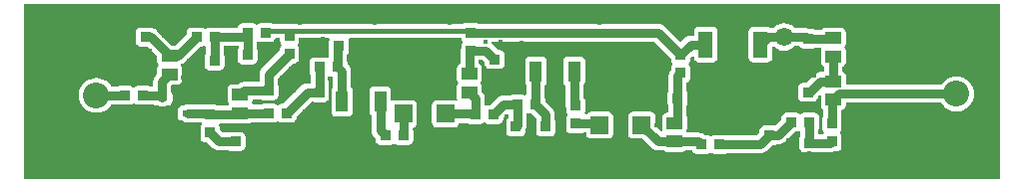
<source format=gtl>
G04 Layer_Physical_Order=1*
G04 Layer_Color=255*
%FSLAX24Y24*%
%MOIN*%
G70*
G01*
G75*
%ADD10R,0.0240X0.0490*%
%ADD11R,0.0409X0.0709*%
%ADD12R,0.0598X0.0598*%
%ADD13R,0.1799X0.1402*%
%ADD14R,0.0701X0.0650*%
%ADD15R,0.0339X0.1028*%
%ADD16R,0.0394X0.0394*%
%ADD17R,0.0380X0.0200*%
%ADD18R,0.0380X0.0320*%
%ADD19R,0.0360X0.0320*%
%ADD20R,0.0320X0.0360*%
%ADD21R,0.0520X0.0385*%
%ADD22R,0.0480X0.0880*%
%ADD23R,0.1420X0.0870*%
%ADD24C,0.0300*%
%ADD25C,0.0150*%
%ADD26C,0.0870*%
%ADD27C,0.0157*%
%ADD28C,0.0150*%
%ADD29C,0.0620*%
%ADD30C,0.0252*%
G36*
X32746Y204D02*
X204D01*
Y6046D01*
X32746D01*
Y204D01*
D02*
G37*
%LPC*%
G36*
X12284Y3307D02*
X11875D01*
X11816Y3296D01*
X11767Y3262D01*
X11733Y3213D01*
X11722Y3154D01*
Y2446D01*
X11733Y2387D01*
X11767Y2338D01*
X11777Y2331D01*
Y1820D01*
X11787Y1742D01*
X11817Y1669D01*
X11866Y1607D01*
X11917Y1555D01*
Y1490D01*
X11929Y1431D01*
X11962Y1382D01*
X12011Y1349D01*
X12070Y1337D01*
X12430D01*
X12489Y1349D01*
X12513Y1365D01*
X12550Y1378D01*
X12587Y1365D01*
X12611Y1349D01*
X12670Y1337D01*
X13030D01*
X13089Y1349D01*
X13138Y1382D01*
X13171Y1431D01*
X13183Y1490D01*
Y1810D01*
X13171Y1869D01*
X13164Y1879D01*
X13181Y1933D01*
X13207Y1939D01*
X13257Y1972D01*
X13290Y2021D01*
X13301Y2080D01*
Y2678D01*
X13290Y2737D01*
X13257Y2786D01*
X13207Y2820D01*
X13148Y2831D01*
X12550D01*
X12491Y2820D01*
X12487Y2817D01*
X12437Y2844D01*
Y3154D01*
X12426Y3213D01*
X12392Y3262D01*
X12343Y3296D01*
X12284Y3307D01*
D02*
G37*
G36*
X18755Y4307D02*
X18345D01*
X18287Y4296D01*
X18237Y4262D01*
X18204Y4213D01*
X18192Y4154D01*
Y3446D01*
X18204Y3387D01*
X18237Y3338D01*
X18247Y3331D01*
Y2700D01*
X18258Y2622D01*
X18287Y2551D01*
Y2470D01*
X18299Y2411D01*
X18315Y2387D01*
X18328Y2350D01*
X18315Y2313D01*
X18299Y2289D01*
X18287Y2230D01*
Y1870D01*
X18299Y1811D01*
X18332Y1762D01*
X18381Y1729D01*
X18440Y1717D01*
X18760D01*
X18819Y1729D01*
X18847Y1747D01*
X18946D01*
Y1701D01*
X18958Y1642D01*
X18991Y1593D01*
X19041Y1559D01*
X19099Y1548D01*
X19698D01*
X19756Y1559D01*
X19806Y1593D01*
X19839Y1642D01*
X19851Y1701D01*
Y2299D01*
X19839Y2358D01*
X19806Y2407D01*
X19756Y2441D01*
X19698Y2452D01*
X19099D01*
X19041Y2441D01*
X18991Y2407D01*
X18967Y2371D01*
X18929Y2370D01*
X18910Y2398D01*
X18901Y2412D01*
X18913Y2470D01*
Y2830D01*
X18901Y2889D01*
X18868Y2938D01*
X18853Y2949D01*
Y3331D01*
X18863Y3338D01*
X18896Y3387D01*
X18908Y3446D01*
Y4154D01*
X18896Y4213D01*
X18863Y4262D01*
X18813Y4296D01*
X18755Y4307D01*
D02*
G37*
G36*
X15260Y5433D02*
X14940D01*
X14881Y5421D01*
X14832Y5388D01*
X14826Y5379D01*
X8521D01*
X8489Y5401D01*
X8430Y5413D01*
X8070D01*
X8011Y5401D01*
X7987Y5385D01*
X7950Y5372D01*
X7913Y5385D01*
X7889Y5401D01*
X7830Y5413D01*
X7470D01*
X7411Y5401D01*
X7362Y5368D01*
X7329Y5319D01*
X7317Y5260D01*
Y5253D01*
X6782D01*
X6730Y5263D01*
X6370D01*
X6311Y5251D01*
X6262Y5218D01*
X6238D01*
X6189Y5251D01*
X6130Y5263D01*
X5770D01*
X5711Y5251D01*
X5662Y5218D01*
X5629Y5169D01*
X5617Y5110D01*
Y5045D01*
X5243Y4670D01*
X5132D01*
X4639Y5164D01*
X4576Y5212D01*
X4503Y5242D01*
X4502Y5242D01*
X4489Y5251D01*
X4430Y5263D01*
X4070D01*
X4011Y5251D01*
X3962Y5218D01*
X3929Y5169D01*
X3917Y5110D01*
Y4790D01*
X3929Y4731D01*
X3962Y4682D01*
X4011Y4649D01*
X4070Y4637D01*
X4310D01*
X4637Y4310D01*
Y4132D01*
X4649Y4074D01*
X4665Y4050D01*
X4678Y4013D01*
X4665Y3975D01*
X4649Y3951D01*
X4637Y3893D01*
Y3715D01*
X4586Y3664D01*
X4538Y3601D01*
X4508Y3528D01*
X4497Y3450D01*
Y3303D01*
X4382D01*
X4330Y3313D01*
X3970D01*
X3911Y3301D01*
X3862Y3268D01*
X3838D01*
X3789Y3301D01*
X3730Y3313D01*
X3370D01*
X3318Y3303D01*
X3102D01*
X3089Y3327D01*
X3016Y3416D01*
X2927Y3489D01*
X2825Y3543D01*
X2715Y3577D01*
X2600Y3588D01*
X2485Y3577D01*
X2375Y3543D01*
X2273Y3489D01*
X2184Y3416D01*
X2111Y3327D01*
X2057Y3225D01*
X2023Y3115D01*
X2012Y3000D01*
X2023Y2885D01*
X2057Y2775D01*
X2111Y2673D01*
X2184Y2584D01*
X2273Y2511D01*
X2375Y2457D01*
X2485Y2423D01*
X2600Y2412D01*
X2715Y2423D01*
X2825Y2457D01*
X2927Y2511D01*
X3016Y2584D01*
X3089Y2673D01*
X3102Y2697D01*
X3318D01*
X3370Y2687D01*
X3730D01*
X3789Y2699D01*
X3813Y2715D01*
X3850Y2728D01*
X3887Y2715D01*
X3911Y2699D01*
X3970Y2687D01*
X4330D01*
X4382Y2697D01*
X4517D01*
X4551Y2675D01*
X4610Y2663D01*
X4637D01*
X4649Y2654D01*
X4722Y2624D01*
X4800Y2613D01*
X4878Y2624D01*
X4951Y2654D01*
X4963Y2663D01*
X4990D01*
X5049Y2675D01*
X5098Y2708D01*
X5131Y2757D01*
X5143Y2816D01*
Y3016D01*
X5131Y3074D01*
X5103Y3117D01*
Y3325D01*
X5132Y3355D01*
X5310D01*
X5369Y3366D01*
X5418Y3399D01*
X5451Y3449D01*
X5463Y3507D01*
Y3893D01*
X5451Y3951D01*
X5435Y3975D01*
X5423Y4010D01*
X5426Y4019D01*
X5438Y4047D01*
X5476Y4063D01*
X5539Y4111D01*
X6065Y4637D01*
X6130D01*
X6189Y4649D01*
X6197Y4655D01*
X6247Y4628D01*
Y4397D01*
X6229Y4369D01*
X6217Y4310D01*
Y3990D01*
X6229Y3931D01*
X6262Y3882D01*
X6311Y3849D01*
X6370Y3837D01*
X6730D01*
X6789Y3849D01*
X6838Y3882D01*
X6871Y3931D01*
X6883Y3990D01*
Y4310D01*
X6871Y4369D01*
X6853Y4397D01*
Y4647D01*
X7347D01*
Y4597D01*
X7329Y4569D01*
X7317Y4510D01*
Y4190D01*
X7329Y4131D01*
X7362Y4082D01*
X7411Y4049D01*
X7470Y4037D01*
X7830D01*
X7889Y4049D01*
X7938Y4082D01*
X7971Y4131D01*
X7983Y4190D01*
Y4510D01*
X7971Y4569D01*
X7953Y4597D01*
Y4778D01*
X8003Y4805D01*
X8011Y4799D01*
X8070Y4787D01*
X8430D01*
X8489Y4799D01*
X8538Y4832D01*
X8571Y4881D01*
X8579Y4921D01*
X8737D01*
Y4820D01*
X8749Y4761D01*
X8765Y4737D01*
X8778Y4700D01*
X8765Y4663D01*
X8749Y4639D01*
X8737Y4580D01*
Y4515D01*
X8136Y3914D01*
X8088Y3851D01*
X8058Y3778D01*
X8047Y3700D01*
Y3453D01*
X7525D01*
X7525Y3453D01*
X7447Y3442D01*
X7374Y3412D01*
X7319Y3370D01*
X7140D01*
X7081Y3359D01*
X7032Y3326D01*
X6999Y3276D01*
X6987Y3217D01*
Y2833D01*
X6999Y2774D01*
X7015Y2750D01*
X7028Y2713D01*
X7015Y2675D01*
X7000Y2653D01*
X6647D01*
X6619Y2671D01*
X6560Y2683D01*
X6451D01*
X6428Y2692D01*
X6350Y2703D01*
X5653D01*
X5575Y2692D01*
X5502Y2662D01*
X5490Y2653D01*
X5463D01*
X5405Y2641D01*
X5355Y2608D01*
X5322Y2559D01*
X5310Y2500D01*
Y2300D01*
X5322Y2241D01*
X5355Y2192D01*
X5405Y2159D01*
X5463Y2147D01*
X5490D01*
X5502Y2138D01*
X5575Y2108D01*
X5653Y2097D01*
X6108D01*
X6115Y2087D01*
X6128Y2050D01*
X6115Y2013D01*
X6099Y1989D01*
X6087Y1930D01*
Y1570D01*
X6099Y1511D01*
X6132Y1462D01*
X6181Y1429D01*
X6240Y1417D01*
X6305D01*
X6486Y1236D01*
X6549Y1188D01*
X6622Y1158D01*
X6700Y1147D01*
X7018D01*
X7070Y1137D01*
X7430D01*
X7489Y1149D01*
X7538Y1182D01*
X7571Y1231D01*
X7583Y1290D01*
Y1610D01*
X7571Y1669D01*
X7538Y1718D01*
X7489Y1751D01*
X7430Y1763D01*
X7070D01*
X7018Y1753D01*
X6825D01*
X6713Y1865D01*
Y1930D01*
X6701Y1989D01*
X6695Y1997D01*
X6722Y2047D01*
X7350D01*
X7404Y2055D01*
X7660D01*
X7719Y2066D01*
X7765Y2097D01*
X8118D01*
X8170Y2087D01*
X8530D01*
X8589Y2099D01*
X8613Y2115D01*
X8650Y2128D01*
X8687Y2115D01*
X8711Y2099D01*
X8770Y2087D01*
X9130D01*
X9189Y2099D01*
X9238Y2132D01*
X9271Y2181D01*
X9283Y2240D01*
Y2305D01*
X9775Y2797D01*
X9803D01*
X9831Y2779D01*
X9890Y2767D01*
X10210D01*
X10269Y2779D01*
X10318Y2812D01*
X10351Y2861D01*
X10363Y2920D01*
Y3280D01*
X10353Y3332D01*
Y3628D01*
X10403Y3655D01*
X10411Y3649D01*
X10470Y3637D01*
X10497D01*
Y3269D01*
X10487Y3262D01*
X10454Y3213D01*
X10442Y3154D01*
Y2446D01*
X10454Y2387D01*
X10487Y2338D01*
X10537Y2304D01*
X10595Y2293D01*
X11005D01*
X11063Y2304D01*
X11113Y2338D01*
X11146Y2387D01*
X11158Y2446D01*
Y3154D01*
X11146Y3213D01*
X11113Y3262D01*
X11103Y3269D01*
Y3800D01*
X11092Y3878D01*
X11062Y3951D01*
X11014Y4014D01*
X10983Y4045D01*
Y4110D01*
X10971Y4169D01*
X10953Y4197D01*
Y4358D01*
X10988Y4382D01*
X11021Y4431D01*
X11033Y4490D01*
Y4810D01*
X11021Y4869D01*
X11020Y4871D01*
X11047Y4921D01*
X14787D01*
Y4920D01*
X14799Y4861D01*
X14815Y4837D01*
X14828Y4800D01*
X14815Y4763D01*
X14799Y4739D01*
X14787Y4680D01*
Y4599D01*
X14758Y4528D01*
X14747Y4450D01*
Y4062D01*
X14731Y4059D01*
X14682Y4026D01*
X14649Y3976D01*
X14637Y3918D01*
Y3532D01*
X14649Y3474D01*
X14665Y3450D01*
X14678Y3413D01*
X14665Y3375D01*
X14649Y3351D01*
X14637Y3293D01*
Y2907D01*
X14648Y2854D01*
X14637Y2841D01*
X14616Y2825D01*
X14608Y2820D01*
X14550Y2831D01*
X13952D01*
X13893Y2820D01*
X13843Y2786D01*
X13810Y2737D01*
X13799Y2678D01*
Y2080D01*
X13810Y2021D01*
X13843Y1972D01*
X13893Y1939D01*
X13952Y1927D01*
X14550D01*
X14609Y1939D01*
X14658Y1972D01*
X14691Y2021D01*
X14702Y2077D01*
X14970D01*
X15011Y2049D01*
X15070Y2037D01*
X15430D01*
X15489Y2049D01*
X15538Y2082D01*
X15562D01*
X15611Y2049D01*
X15670Y2037D01*
X16030D01*
X16089Y2049D01*
X16138Y2082D01*
X16171Y2131D01*
X16183Y2190D01*
Y2255D01*
X16297Y2369D01*
X16347Y2349D01*
Y2249D01*
X16332Y2238D01*
X16299Y2189D01*
X16287Y2130D01*
Y1770D01*
X16299Y1711D01*
X16332Y1662D01*
X16381Y1629D01*
X16440Y1617D01*
X16760D01*
X16819Y1629D01*
X16868Y1662D01*
X16901Y1711D01*
X16913Y1770D01*
Y1851D01*
X16942Y1922D01*
X16953Y2000D01*
X16953Y2000D01*
Y2378D01*
X17003Y2405D01*
X17011Y2399D01*
X17070Y2387D01*
X17135D01*
X17297Y2225D01*
Y2182D01*
X17287Y2130D01*
Y1770D01*
X17299Y1711D01*
X17332Y1662D01*
X17381Y1629D01*
X17440Y1617D01*
X17760D01*
X17819Y1629D01*
X17868Y1662D01*
X17901Y1711D01*
X17913Y1770D01*
Y2130D01*
X17903Y2182D01*
Y2350D01*
X17903Y2350D01*
X17892Y2428D01*
X17862Y2501D01*
X17814Y2564D01*
X17583Y2795D01*
Y2860D01*
X17571Y2919D01*
X17553Y2947D01*
Y3317D01*
X17583Y3338D01*
X17616Y3387D01*
X17628Y3446D01*
Y4154D01*
X17616Y4213D01*
X17583Y4262D01*
X17534Y4296D01*
X17475Y4307D01*
X17066D01*
X17007Y4296D01*
X16958Y4262D01*
X16924Y4213D01*
X16913Y4154D01*
Y3446D01*
X16924Y3387D01*
X16947Y3353D01*
Y3022D01*
X16897Y2995D01*
X16889Y3001D01*
X16830Y3013D01*
X16470D01*
X16418Y3003D01*
X16200D01*
X16200Y3003D01*
X16122Y2992D01*
X16049Y2962D01*
X15986Y2914D01*
X15735Y2663D01*
X15670D01*
X15611Y2651D01*
X15603Y2645D01*
X15553Y2672D01*
Y2900D01*
X15553Y2900D01*
X15542Y2978D01*
X15512Y3051D01*
X15464Y3114D01*
X15463Y3115D01*
Y3293D01*
X15451Y3351D01*
X15435Y3375D01*
X15422Y3413D01*
X15435Y3450D01*
X15451Y3474D01*
X15463Y3532D01*
Y3918D01*
X15451Y3976D01*
X15418Y4026D01*
X15369Y4059D01*
X15353Y4062D01*
Y4197D01*
X15475D01*
X15567Y4105D01*
Y4040D01*
X15579Y3981D01*
X15612Y3932D01*
X15661Y3899D01*
X15720Y3887D01*
X16080D01*
X16139Y3899D01*
X16188Y3932D01*
X16221Y3981D01*
X16233Y4040D01*
Y4360D01*
X16221Y4419D01*
X16188Y4468D01*
X16139Y4501D01*
X16080Y4513D01*
X16015D01*
X15814Y4714D01*
X15770Y4747D01*
X15787Y4797D01*
X21225D01*
X21787Y4235D01*
Y4170D01*
X21799Y4111D01*
X21815Y4087D01*
X21828Y4050D01*
X21815Y4013D01*
X21799Y3989D01*
X21787Y3930D01*
Y3865D01*
X21786Y3864D01*
X21738Y3801D01*
X21708Y3728D01*
X21697Y3650D01*
Y3147D01*
X21679Y3119D01*
X21667Y3060D01*
Y2740D01*
X21679Y2681D01*
X21697Y2653D01*
Y2420D01*
X21640D01*
X21581Y2409D01*
X21532Y2376D01*
X21499Y2326D01*
X21487Y2268D01*
Y1883D01*
X21495Y1840D01*
X21473Y1795D01*
X21464Y1785D01*
X21446Y1782D01*
X21252Y1976D01*
Y2299D01*
X21241Y2358D01*
X21207Y2407D01*
X21158Y2441D01*
X21099Y2452D01*
X20501D01*
X20442Y2441D01*
X20393Y2407D01*
X20359Y2358D01*
X20348Y2299D01*
Y1701D01*
X20359Y1642D01*
X20393Y1593D01*
X20442Y1559D01*
X20501Y1548D01*
X20824D01*
X21136Y1236D01*
X21136Y1236D01*
X21199Y1188D01*
X21272Y1158D01*
X21350Y1147D01*
X21535D01*
X21581Y1116D01*
X21640Y1105D01*
X22160D01*
X22219Y1116D01*
X22265Y1147D01*
X22476D01*
X22479Y1131D01*
X22512Y1082D01*
X22561Y1049D01*
X22620Y1037D01*
X22980D01*
X23039Y1049D01*
X23063Y1065D01*
X23100Y1078D01*
X23137Y1065D01*
X23161Y1049D01*
X23220Y1037D01*
X23580D01*
X23632Y1047D01*
X24750D01*
X24828Y1058D01*
X24901Y1088D01*
X24964Y1136D01*
X25145Y1317D01*
X25210D01*
X25269Y1329D01*
X25297Y1347D01*
X25350D01*
X25428Y1358D01*
X25501Y1388D01*
X25564Y1436D01*
X25915Y1787D01*
X25980D01*
X26039Y1799D01*
X26047Y1805D01*
X26097Y1778D01*
Y1647D01*
X26079Y1619D01*
X26067Y1560D01*
Y1240D01*
X26079Y1181D01*
X26112Y1132D01*
X26161Y1099D01*
X26220Y1087D01*
X26580D01*
X26632Y1097D01*
X27100D01*
X27178Y1108D01*
X27201Y1117D01*
X27310D01*
X27369Y1129D01*
X27418Y1162D01*
X27451Y1211D01*
X27463Y1270D01*
Y1630D01*
X27451Y1689D01*
X27435Y1713D01*
X27422Y1750D01*
X27435Y1787D01*
X27451Y1811D01*
X27463Y1870D01*
Y2230D01*
X27453Y2282D01*
Y2505D01*
X27460D01*
X27519Y2516D01*
X27568Y2549D01*
X27601Y2599D01*
X27613Y2657D01*
Y2747D01*
X30798D01*
X30811Y2723D01*
X30884Y2634D01*
X30973Y2561D01*
X31075Y2507D01*
X31185Y2473D01*
X31300Y2462D01*
X31415Y2473D01*
X31525Y2507D01*
X31627Y2561D01*
X31716Y2634D01*
X31789Y2723D01*
X31843Y2825D01*
X31877Y2935D01*
X31888Y3050D01*
X31877Y3165D01*
X31843Y3275D01*
X31789Y3377D01*
X31716Y3466D01*
X31627Y3539D01*
X31525Y3593D01*
X31415Y3627D01*
X31300Y3638D01*
X31185Y3627D01*
X31075Y3593D01*
X30973Y3539D01*
X30884Y3466D01*
X30811Y3377D01*
X30798Y3353D01*
X27613D01*
Y3668D01*
X27601Y3726D01*
X27568Y3776D01*
X27519Y3809D01*
X27503Y3812D01*
Y3963D01*
X27519Y3966D01*
X27568Y3999D01*
X27601Y4049D01*
X27613Y4108D01*
Y4493D01*
X27601Y4551D01*
X27585Y4575D01*
X27572Y4613D01*
X27585Y4650D01*
X27601Y4674D01*
X27613Y4733D01*
Y5117D01*
X27601Y5176D01*
X27568Y5226D01*
X27519Y5259D01*
X27460Y5270D01*
X26940D01*
X26881Y5259D01*
X26832Y5226D01*
X26816Y5203D01*
X26597D01*
X26569Y5221D01*
X26510Y5233D01*
X26401D01*
X26378Y5242D01*
X26300Y5253D01*
X25898D01*
X25878Y5278D01*
X25782Y5352D01*
X25670Y5398D01*
X25550Y5414D01*
X25430Y5398D01*
X25318Y5352D01*
X25222Y5278D01*
X25202Y5253D01*
X25101D01*
X25059Y5281D01*
X25000Y5293D01*
X24520D01*
X24461Y5281D01*
X24412Y5248D01*
X24379Y5199D01*
X24367Y5140D01*
Y4260D01*
X24379Y4201D01*
X24412Y4152D01*
X24461Y4119D01*
X24520Y4107D01*
X25000D01*
X25059Y4119D01*
X25108Y4152D01*
X25141Y4201D01*
X25153Y4260D01*
Y4647D01*
X25202D01*
X25222Y4622D01*
X25318Y4548D01*
X25430Y4502D01*
X25550Y4486D01*
X25670Y4502D01*
X25782Y4548D01*
X25878Y4622D01*
X25898Y4647D01*
X26058D01*
X26082Y4612D01*
X26131Y4579D01*
X26190Y4567D01*
X26510D01*
X26569Y4579D01*
X26597Y4597D01*
X26777D01*
X26797Y4559D01*
X26798Y4547D01*
X26787Y4493D01*
Y4108D01*
X26799Y4049D01*
X26832Y3999D01*
X26881Y3966D01*
X26897Y3963D01*
Y3812D01*
X26881Y3809D01*
X26835Y3778D01*
X26764D01*
X26686Y3767D01*
X26613Y3737D01*
X26550Y3689D01*
X26274Y3413D01*
X26170D01*
X26111Y3401D01*
X26062Y3368D01*
X26029Y3319D01*
X26017Y3260D01*
Y2940D01*
X26029Y2881D01*
X26062Y2832D01*
X26111Y2799D01*
X26170Y2787D01*
X26530D01*
X26589Y2799D01*
X26638Y2832D01*
X26671Y2881D01*
X26683Y2940D01*
Y2966D01*
X26737Y3020D01*
X26787Y3000D01*
Y2657D01*
X26799Y2599D01*
X26832Y2549D01*
X26847Y2539D01*
Y2282D01*
X26837Y2230D01*
Y1870D01*
X26849Y1811D01*
X26865Y1787D01*
X26878Y1750D01*
X26865Y1713D01*
X26858Y1703D01*
X26703D01*
Y1853D01*
X26721Y1881D01*
X26733Y1940D01*
Y2260D01*
X26721Y2319D01*
X26688Y2368D01*
X26639Y2401D01*
X26580Y2413D01*
X26220D01*
X26161Y2401D01*
X26137Y2385D01*
X26100Y2372D01*
X26063Y2385D01*
X26039Y2401D01*
X25980Y2413D01*
X25620D01*
X25561Y2401D01*
X25512Y2368D01*
X25479Y2319D01*
X25467Y2260D01*
Y2195D01*
X25248Y1975D01*
X25210Y1983D01*
X24890D01*
X24831Y1971D01*
X24782Y1938D01*
X24749Y1889D01*
X24737Y1830D01*
Y1765D01*
X24625Y1653D01*
X23632D01*
X23580Y1663D01*
X23220D01*
X23161Y1651D01*
X23112Y1618D01*
X23088D01*
X23039Y1651D01*
X22980Y1663D01*
X22915D01*
X22914Y1664D01*
X22851Y1712D01*
X22778Y1742D01*
X22700Y1753D01*
X22314D01*
X22287Y1803D01*
X22301Y1824D01*
X22313Y1883D01*
Y2268D01*
X22303Y2320D01*
Y2653D01*
X22321Y2681D01*
X22333Y2740D01*
Y3060D01*
X22321Y3119D01*
X22303Y3147D01*
Y3426D01*
X22319Y3429D01*
X22368Y3462D01*
X22401Y3511D01*
X22413Y3570D01*
Y3930D01*
X22401Y3989D01*
X22385Y4013D01*
X22372Y4050D01*
X22385Y4087D01*
X22401Y4111D01*
X22413Y4170D01*
Y4235D01*
X22501Y4323D01*
X22547Y4304D01*
Y4260D01*
X22559Y4201D01*
X22592Y4152D01*
X22641Y4119D01*
X22700Y4107D01*
X23180D01*
X23239Y4119D01*
X23288Y4152D01*
X23321Y4201D01*
X23333Y4260D01*
Y5140D01*
X23321Y5199D01*
X23288Y5248D01*
X23239Y5281D01*
X23180Y5293D01*
X22700D01*
X22641Y5281D01*
X22592Y5248D01*
X22559Y5199D01*
X22547Y5140D01*
Y5003D01*
X22450D01*
X22450Y5003D01*
X22372Y4992D01*
X22299Y4962D01*
X22236Y4914D01*
X22100Y4778D01*
X21564Y5314D01*
X21501Y5362D01*
X21428Y5392D01*
X21350Y5403D01*
X15347D01*
X15319Y5421D01*
X15260Y5433D01*
D02*
G37*
%LPD*%
G36*
X10380Y4871D02*
X10379Y4869D01*
X10367Y4810D01*
Y4701D01*
X10358Y4678D01*
X10347Y4600D01*
Y4272D01*
X10297Y4245D01*
X10289Y4251D01*
X10230Y4263D01*
X9870D01*
X9811Y4251D01*
X9762Y4218D01*
X9729Y4169D01*
X9717Y4110D01*
Y3790D01*
X9729Y3731D01*
X9747Y3703D01*
Y3403D01*
X9650D01*
X9572Y3392D01*
X9499Y3362D01*
X9436Y3314D01*
X9436Y3314D01*
X8835Y2713D01*
X8770D01*
X8711Y2701D01*
X8687Y2685D01*
X8650Y2672D01*
X8613Y2685D01*
X8589Y2701D01*
X8530Y2713D01*
X8170D01*
X8118Y2703D01*
X7814D01*
X7787Y2753D01*
X7801Y2774D01*
X7813Y2833D01*
Y2847D01*
X8118D01*
X8170Y2837D01*
X8530D01*
X8589Y2849D01*
X8638Y2882D01*
X8671Y2931D01*
X8683Y2990D01*
Y3310D01*
X8671Y3369D01*
X8653Y3397D01*
Y3575D01*
X9145Y4067D01*
X9210D01*
X9269Y4079D01*
X9318Y4112D01*
X9351Y4161D01*
X9363Y4220D01*
Y4580D01*
X9351Y4639D01*
X9335Y4663D01*
X9322Y4700D01*
X9335Y4737D01*
X9351Y4761D01*
X9363Y4820D01*
Y4921D01*
X10353D01*
X10380Y4871D01*
D02*
G37*
D10*
X17910Y4165D02*
D03*
Y3435D02*
D03*
X11440Y3165D02*
D03*
Y2435D02*
D03*
D11*
X17270Y3800D02*
D03*
X18550D02*
D03*
X10800Y2800D02*
D03*
X12080D02*
D03*
D12*
X19398Y2000D02*
D03*
X20800D02*
D03*
X12849Y2379D02*
D03*
X14251D02*
D03*
D13*
X20099Y3821D02*
D03*
X13550Y4200D02*
D03*
D14*
X20099Y2795D02*
D03*
X13550Y3174D02*
D03*
D15*
X20099Y1961D02*
D03*
X13550Y2340D02*
D03*
D16*
X20099Y1252D02*
D03*
X13550Y1631D02*
D03*
D17*
X5653Y2400D02*
D03*
X4800Y2916D02*
D03*
Y2400D02*
D03*
D18*
X5653Y2856D02*
D03*
D19*
X26400Y1400D02*
D03*
X25800D02*
D03*
X26400Y2100D02*
D03*
X25800D02*
D03*
X10700Y4650D02*
D03*
X11300D02*
D03*
X17250Y2700D02*
D03*
X16650D02*
D03*
X10650Y3950D02*
D03*
X10050D02*
D03*
X7650Y4350D02*
D03*
X8250D02*
D03*
X6550Y4950D02*
D03*
X5950D02*
D03*
X8250Y5100D02*
D03*
X7650D02*
D03*
X7250Y1450D02*
D03*
X7850D02*
D03*
X23400Y1350D02*
D03*
X22800D02*
D03*
X25750Y3100D02*
D03*
X26350D02*
D03*
X21400Y2900D02*
D03*
X22000D02*
D03*
X15850Y2350D02*
D03*
X15250D02*
D03*
X12850Y1650D02*
D03*
X12250D02*
D03*
X8950Y2400D02*
D03*
X8350D02*
D03*
X4150Y3000D02*
D03*
X3550D02*
D03*
X6550Y4150D02*
D03*
X5950D02*
D03*
X16500Y4200D02*
D03*
X15900D02*
D03*
X4250Y4950D02*
D03*
X3650D02*
D03*
X8950Y3150D02*
D03*
X8350D02*
D03*
D20*
X25050Y1650D02*
D03*
Y2250D02*
D03*
X22100Y4350D02*
D03*
Y3750D02*
D03*
X17600Y1950D02*
D03*
Y1350D02*
D03*
X16600Y1950D02*
D03*
Y1350D02*
D03*
X10050Y3100D02*
D03*
Y2500D02*
D03*
X6400Y2350D02*
D03*
Y1750D02*
D03*
X15100Y5100D02*
D03*
Y4500D02*
D03*
X9050Y5000D02*
D03*
Y4400D02*
D03*
X27150Y2050D02*
D03*
Y1450D02*
D03*
X18600Y2050D02*
D03*
Y2650D02*
D03*
X26350Y4300D02*
D03*
Y4900D02*
D03*
D21*
X27200Y2850D02*
D03*
Y3475D02*
D03*
X21900Y1450D02*
D03*
Y2075D02*
D03*
X27200Y4300D02*
D03*
Y4925D02*
D03*
X15050Y3100D02*
D03*
Y3725D02*
D03*
X5050Y3700D02*
D03*
Y4325D02*
D03*
X7400Y2400D02*
D03*
Y3025D02*
D03*
D22*
X24760Y4700D02*
D03*
X23850D02*
D03*
X22940D02*
D03*
D23*
X23850Y2250D02*
D03*
D24*
X31300Y3050D02*
X31400D01*
X27400D02*
X31300D01*
X15100Y5100D02*
X21350D01*
X22100Y4350D01*
X27200Y2850D02*
X27400Y3050D01*
X26350Y3100D02*
X26389D01*
X26764Y3475D01*
X27200D01*
Y4300D01*
X27175Y4900D02*
X27200Y4925D01*
X26350Y4900D02*
X27175D01*
X26300Y4950D02*
X26350Y4900D01*
X25550Y4950D02*
X26300D01*
X25010D02*
X25550D01*
X24760Y4700D02*
X25010Y4950D01*
X22450Y4700D02*
X22940D01*
X22100Y4350D02*
X22450Y4700D01*
X22000Y3650D02*
X22100Y3750D01*
X22000Y2900D02*
Y3650D01*
Y2175D02*
Y2900D01*
X21900Y2075D02*
X22000Y2175D01*
X27100Y1400D02*
X27150Y1450D01*
X26400Y1400D02*
X27100D01*
X26400D02*
Y2100D01*
X25350Y1650D02*
X25800Y2100D01*
X25050Y1650D02*
X25350D01*
X24750Y1350D02*
X25050Y1650D01*
X23400Y1350D02*
X24750D01*
X22700Y1450D02*
X22800Y1350D01*
X21900Y1450D02*
X22700D01*
X21350D02*
X21900D01*
X20800Y2000D02*
X21350Y1450D01*
X19348Y2050D02*
X19398Y2000D01*
X18600Y2050D02*
X19348D01*
X18550Y2700D02*
X18600Y2650D01*
X18550Y2700D02*
Y3800D01*
X17600Y1950D02*
Y2350D01*
X17250Y2700D02*
X17600Y2350D01*
X17250Y3780D02*
X17270Y3800D01*
X17250Y2700D02*
Y3780D01*
X16600Y1950D02*
X16650Y2000D01*
Y2700D01*
X16200D02*
X16650D01*
X15850Y2350D02*
X16200Y2700D01*
X15100Y4500D02*
X15600D01*
X15900Y4200D01*
X15050Y4450D02*
X15100Y4500D01*
X15050Y3725D02*
Y4450D01*
Y3100D02*
X15250Y2900D01*
Y2350D02*
Y2900D01*
X15221Y2379D02*
X15250Y2350D01*
X14251Y2379D02*
X15221D01*
X12849D02*
X12850Y2378D01*
Y1650D02*
Y2378D01*
X12080Y1820D02*
X12250Y1650D01*
X12080Y1820D02*
Y2800D01*
X10650Y4600D02*
X10700Y4650D01*
X10650Y3950D02*
Y4600D01*
X10800Y2800D02*
Y3800D01*
X10650Y3950D02*
X10800Y3800D01*
X10050Y3100D02*
Y3950D01*
X9650Y3100D02*
X10050D01*
X8950Y2400D02*
X9650Y3100D01*
X7350Y2350D02*
X7400Y2400D01*
X8350D01*
Y3700D02*
X9050Y4400D01*
X8350Y3150D02*
Y3700D01*
X7525Y3150D02*
X8350D01*
X7400Y3025D02*
X7525Y3150D01*
X6700Y1450D02*
X7250D01*
X6400Y1750D02*
X6700Y1450D01*
X6400Y2350D02*
X7350D01*
X6350Y2400D02*
X6400Y2350D01*
X5653Y2400D02*
X6350D01*
X7650Y4350D02*
Y5100D01*
X7500Y4950D02*
X7650Y5100D01*
X6550Y4950D02*
X7500D01*
X6550Y4150D02*
Y4950D01*
X5325Y4325D02*
X5950Y4950D01*
X5050Y4325D02*
X5325D01*
X4250Y4950D02*
X4425D01*
X5050Y4325D01*
X4800Y3450D02*
X5050Y3700D01*
X4800Y2916D02*
Y3450D01*
X4716Y3000D02*
X4800Y2916D01*
X4150Y3000D02*
X4716D01*
X2600D02*
X3550D01*
X27150Y2800D02*
X27200Y2850D01*
X27150Y2050D02*
Y2800D01*
D25*
X8250Y5150D02*
X15100D01*
D26*
X30300Y2050D02*
D03*
X32300D02*
D03*
Y4050D02*
D03*
X30300D02*
D03*
X31300Y3050D02*
D03*
X2600Y3000D02*
D03*
X1600Y4000D02*
D03*
X3600D02*
D03*
Y2000D02*
D03*
X1600D02*
D03*
D27*
X17910Y4235D02*
D03*
Y3365D02*
D03*
X11440Y3235D02*
D03*
Y2365D02*
D03*
D28*
X30250Y5200D02*
D03*
X29300Y4700D02*
D03*
Y5750D02*
D03*
X30200Y1050D02*
D03*
X30150Y450D02*
D03*
X31400Y1150D02*
D03*
X30050Y3450D02*
D03*
X29550D02*
D03*
X29150D02*
D03*
X28750D02*
D03*
X30050Y2700D02*
D03*
X29550D02*
D03*
X29150D02*
D03*
X28750D02*
D03*
X26400Y1050D02*
D03*
X27550D02*
D03*
Y2050D02*
D03*
X25050Y1050D02*
D03*
X24100Y950D02*
D03*
X22850D02*
D03*
X23450Y900D02*
D03*
X23300Y2500D02*
D03*
X24950Y3000D02*
D03*
X26100Y2550D02*
D03*
X25700D02*
D03*
X26500D02*
D03*
X22800Y2600D02*
D03*
X11650Y1900D02*
D03*
X11250Y1850D02*
D03*
X11650Y1400D02*
D03*
X14500Y400D02*
D03*
X5700Y4150D02*
D03*
X3450Y4950D02*
D03*
X9200Y3150D02*
D03*
X10050Y2200D02*
D03*
X11550Y4650D02*
D03*
X26550Y3650D02*
D03*
X24900Y3950D02*
D03*
X22800Y3900D02*
D03*
X32600Y5950D02*
D03*
X32650Y250D02*
D03*
X31250Y300D02*
D03*
X32500Y5050D02*
D03*
X31800Y5450D02*
D03*
X30950Y5950D02*
D03*
X29200Y1700D02*
D03*
X29250Y600D02*
D03*
X32550Y1050D02*
D03*
X31400Y3850D02*
D03*
X32150Y3050D02*
D03*
X31400Y2300D02*
D03*
X400Y2550D02*
D03*
X450Y3700D02*
D03*
Y5550D02*
D03*
X6550Y3700D02*
D03*
X5850D02*
D03*
X19400Y1250D02*
D03*
X18600Y1200D02*
D03*
X18000Y1150D02*
D03*
X15600D02*
D03*
X16600D02*
D03*
X17600D02*
D03*
X16000Y1850D02*
D03*
X12900Y1150D02*
D03*
X12300D02*
D03*
X11300Y1400D02*
D03*
X8050Y1450D02*
D03*
X10800Y2200D02*
D03*
X10300Y1400D02*
D03*
X2600Y2300D02*
D03*
X6150Y1350D02*
D03*
X4750D02*
D03*
X2300Y1300D02*
D03*
X2900D02*
D03*
X23850Y5200D02*
D03*
X28250Y2450D02*
D03*
Y3650D02*
D03*
X25800Y1100D02*
D03*
X25050Y2550D02*
D03*
X22750Y3050D02*
D03*
X23850D02*
D03*
X25900Y5450D02*
D03*
X26350Y4000D02*
D03*
X25500Y3100D02*
D03*
X23300Y1950D02*
D03*
X24450D02*
D03*
X23900D02*
D03*
Y2500D02*
D03*
X24450D02*
D03*
X23850Y4250D02*
D03*
X21200Y2950D02*
D03*
X22850Y2000D02*
D03*
X18100Y2100D02*
D03*
X17900Y2800D02*
D03*
X16800Y4750D02*
D03*
X18600Y4450D02*
D03*
X11350Y3700D02*
D03*
X9500Y3450D02*
D03*
X12050D02*
D03*
X12750Y3100D02*
D03*
X14600Y4800D02*
D03*
X15600D02*
D03*
X16100D02*
D03*
X16750Y4200D02*
D03*
X21300Y2000D02*
D03*
X20900Y1350D02*
D03*
X19050Y3650D02*
D03*
X19100Y2650D02*
D03*
X14200Y1050D02*
D03*
X14950Y1150D02*
D03*
X17100Y1600D02*
D03*
X17300Y4450D02*
D03*
X17100Y2200D02*
D03*
X16700Y3650D02*
D03*
X14300Y3100D02*
D03*
X16900Y5900D02*
D03*
X8800Y3600D02*
D03*
X10100Y4450D02*
D03*
X9600Y4850D02*
D03*
X9500Y3800D02*
D03*
X9550Y2450D02*
D03*
X16300Y2300D02*
D03*
X16050Y3100D02*
D03*
X10400Y3550D02*
D03*
X9100Y3900D02*
D03*
X15700Y2850D02*
D03*
X11100Y4150D02*
D03*
X5750Y5350D02*
D03*
X10150Y4900D02*
D03*
X6850Y1950D02*
D03*
X7400D02*
D03*
X6100Y2800D02*
D03*
X5900Y2000D02*
D03*
X6700Y2850D02*
D03*
X5500Y3600D02*
D03*
X450Y1050D02*
D03*
X5850Y3150D02*
D03*
X5450D02*
D03*
X4750Y2100D02*
D03*
X5050D02*
D03*
X5250Y2350D02*
D03*
Y2650D02*
D03*
Y2950D02*
D03*
X8450Y4350D02*
D03*
X6350Y5350D02*
D03*
X500Y5200D02*
D03*
X3100Y4700D02*
D03*
X2750Y5300D02*
D03*
X3150D02*
D03*
X2700Y4700D02*
D03*
X16050Y3700D02*
D03*
X15650Y3500D02*
D03*
X1600Y4900D02*
D03*
X1900D02*
D03*
X2250D02*
D03*
X4200Y2450D02*
D03*
Y3500D02*
D03*
X450Y3100D02*
D03*
X28232Y5098D02*
D03*
Y5498D02*
D03*
X837Y5898D02*
D03*
X437D02*
D03*
X5500D02*
D03*
X5100D02*
D03*
X25050D02*
D03*
X1237D02*
D03*
X5900D02*
D03*
X6300D02*
D03*
X7500D02*
D03*
X7900D02*
D03*
X8300D02*
D03*
X8700D02*
D03*
X17450D02*
D03*
X17850D02*
D03*
X18250D02*
D03*
X18650D02*
D03*
X25450D02*
D03*
X25850D02*
D03*
X26250D02*
D03*
X26650D02*
D03*
X27050D02*
D03*
X27450D02*
D03*
X27850D02*
D03*
X28232D02*
D03*
X4010Y402D02*
D03*
X3610D02*
D03*
X3210D02*
D03*
X2810D02*
D03*
X2410D02*
D03*
X437Y402D02*
D03*
X837D02*
D03*
X1237D02*
D03*
X2410Y5898D02*
D03*
X2810D02*
D03*
X3210D02*
D03*
X3610D02*
D03*
X4010D02*
D03*
X8700Y402D02*
D03*
X8300D02*
D03*
X7900D02*
D03*
X7500D02*
D03*
X6300D02*
D03*
X5900D02*
D03*
X5100D02*
D03*
X5500D02*
D03*
X9900D02*
D03*
X10300D02*
D03*
X10700D02*
D03*
X11100D02*
D03*
X11500Y5898D02*
D03*
X11100D02*
D03*
X10700D02*
D03*
X10300D02*
D03*
X9900D02*
D03*
X13900D02*
D03*
X13500D02*
D03*
X13100D02*
D03*
X12300D02*
D03*
X12700D02*
D03*
X13900Y402D02*
D03*
X13500D02*
D03*
X13100D02*
D03*
X12700D02*
D03*
X12300D02*
D03*
X11500D02*
D03*
X16300D02*
D03*
X15900D02*
D03*
X15500D02*
D03*
X15100D02*
D03*
Y5898D02*
D03*
X15500D02*
D03*
X15900D02*
D03*
X16300D02*
D03*
X18650Y402D02*
D03*
X18250D02*
D03*
X17850D02*
D03*
X17450D02*
D03*
X21050D02*
D03*
X20650D02*
D03*
X20250D02*
D03*
X19850D02*
D03*
X19450D02*
D03*
X19050D02*
D03*
X20250Y5898D02*
D03*
X20650D02*
D03*
X21050D02*
D03*
X21450D02*
D03*
X21850D02*
D03*
X22250D02*
D03*
X19850D02*
D03*
X23450D02*
D03*
X23050D02*
D03*
X22650D02*
D03*
X23850D02*
D03*
X24650Y402D02*
D03*
X23450D02*
D03*
X23850D02*
D03*
X24250D02*
D03*
X23050D02*
D03*
X22650D02*
D03*
X22250D02*
D03*
X21450D02*
D03*
X19050Y5898D02*
D03*
X25050Y402D02*
D03*
X25450D02*
D03*
X25850D02*
D03*
X26250D02*
D03*
X28232D02*
D03*
X27850D02*
D03*
X27450D02*
D03*
X28232Y802D02*
D03*
Y1202D02*
D03*
Y1602D02*
D03*
Y1950D02*
D03*
X7050Y4150D02*
D03*
X5250Y4900D02*
D03*
X4850Y5000D02*
D03*
X4400Y4500D02*
D03*
X16600Y3100D02*
D03*
X9500Y4200D02*
D03*
X1900Y3000D02*
D03*
X14250Y1800D02*
D03*
X12100Y4850D02*
D03*
X14850Y1800D02*
D03*
X15400Y1850D02*
D03*
X2600Y3700D02*
D03*
X9200Y2000D02*
D03*
X8650Y1950D02*
D03*
X8050D02*
D03*
X6950Y3400D02*
D03*
X7950Y3650D02*
D03*
X7900Y2800D02*
D03*
D29*
X11894Y650D02*
D03*
X25550Y4950D02*
D03*
X28084Y4340D02*
D03*
X24394Y5650D02*
D03*
X19394D02*
D03*
X14394D02*
D03*
X9394D02*
D03*
X4394D02*
D03*
X26894Y650D02*
D03*
X21894D02*
D03*
X16894D02*
D03*
X6894D02*
D03*
X1894D02*
D03*
X584Y4340D02*
D03*
Y1960D02*
D03*
X1894Y5650D02*
D03*
X4394Y650D02*
D03*
X6894Y5650D02*
D03*
X9394Y650D02*
D03*
X11894Y5650D02*
D03*
X25550Y3950D02*
D03*
D30*
X20099Y1252D02*
D03*
Y3122D02*
D03*
Y2659D02*
D03*
Y4155D02*
D03*
X20678D02*
D03*
X19520D02*
D03*
X19808Y3693D02*
D03*
X20391D02*
D03*
X13550Y1631D02*
D03*
Y3501D02*
D03*
Y3039D02*
D03*
Y4535D02*
D03*
X14129D02*
D03*
X12971D02*
D03*
X13259Y4072D02*
D03*
X13841D02*
D03*
M02*

</source>
